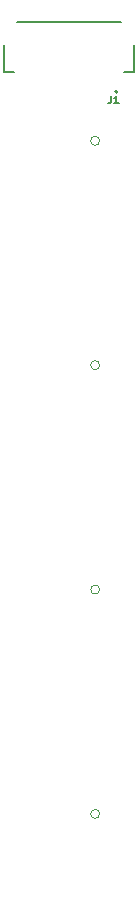
<source format=gto>
G04 #@! TF.GenerationSoftware,KiCad,Pcbnew,7.0.8*
G04 #@! TF.CreationDate,2023-10-16T19:48:46-07:00*
G04 #@! TF.ProjectId,Seismos_4-Key,53656973-6d6f-4735-9f34-2d4b65792e6b,rev?*
G04 #@! TF.SameCoordinates,Original*
G04 #@! TF.FileFunction,Legend,Top*
G04 #@! TF.FilePolarity,Positive*
%FSLAX46Y46*%
G04 Gerber Fmt 4.6, Leading zero omitted, Abs format (unit mm)*
G04 Created by KiCad (PCBNEW 7.0.8) date 2023-10-16 19:48:46*
%MOMM*%
%LPD*%
G01*
G04 APERTURE LIST*
%ADD10C,0.150000*%
%ADD11C,0.120000*%
%ADD12C,0.127000*%
%ADD13C,0.200000*%
%ADD14C,2.300000*%
%ADD15C,1.000000*%
%ADD16C,3.000000*%
%ADD17C,4.000000*%
%ADD18R,0.600000X1.550000*%
%ADD19R,1.200000X1.800000*%
G04 APERTURE END LIST*
D10*
X45524667Y-60019200D02*
X45667524Y-60066819D01*
X45667524Y-60066819D02*
X45905619Y-60066819D01*
X45905619Y-60066819D02*
X46000857Y-60019200D01*
X46000857Y-60019200D02*
X46048476Y-59971580D01*
X46048476Y-59971580D02*
X46096095Y-59876342D01*
X46096095Y-59876342D02*
X46096095Y-59781104D01*
X46096095Y-59781104D02*
X46048476Y-59685866D01*
X46048476Y-59685866D02*
X46000857Y-59638247D01*
X46000857Y-59638247D02*
X45905619Y-59590628D01*
X45905619Y-59590628D02*
X45715143Y-59543009D01*
X45715143Y-59543009D02*
X45619905Y-59495390D01*
X45619905Y-59495390D02*
X45572286Y-59447771D01*
X45572286Y-59447771D02*
X45524667Y-59352533D01*
X45524667Y-59352533D02*
X45524667Y-59257295D01*
X45524667Y-59257295D02*
X45572286Y-59162057D01*
X45572286Y-59162057D02*
X45619905Y-59114438D01*
X45619905Y-59114438D02*
X45715143Y-59066819D01*
X45715143Y-59066819D02*
X45953238Y-59066819D01*
X45953238Y-59066819D02*
X46096095Y-59114438D01*
X46429429Y-59066819D02*
X46667524Y-60066819D01*
X46667524Y-60066819D02*
X46858000Y-59352533D01*
X46858000Y-59352533D02*
X47048476Y-60066819D01*
X47048476Y-60066819D02*
X47286572Y-59066819D01*
X47619905Y-59162057D02*
X47667524Y-59114438D01*
X47667524Y-59114438D02*
X47762762Y-59066819D01*
X47762762Y-59066819D02*
X48000857Y-59066819D01*
X48000857Y-59066819D02*
X48096095Y-59114438D01*
X48096095Y-59114438D02*
X48143714Y-59162057D01*
X48143714Y-59162057D02*
X48191333Y-59257295D01*
X48191333Y-59257295D02*
X48191333Y-59352533D01*
X48191333Y-59352533D02*
X48143714Y-59495390D01*
X48143714Y-59495390D02*
X47572286Y-60066819D01*
X47572286Y-60066819D02*
X48191333Y-60066819D01*
X45524667Y-41019200D02*
X45667524Y-41066819D01*
X45667524Y-41066819D02*
X45905619Y-41066819D01*
X45905619Y-41066819D02*
X46000857Y-41019200D01*
X46000857Y-41019200D02*
X46048476Y-40971580D01*
X46048476Y-40971580D02*
X46096095Y-40876342D01*
X46096095Y-40876342D02*
X46096095Y-40781104D01*
X46096095Y-40781104D02*
X46048476Y-40685866D01*
X46048476Y-40685866D02*
X46000857Y-40638247D01*
X46000857Y-40638247D02*
X45905619Y-40590628D01*
X45905619Y-40590628D02*
X45715143Y-40543009D01*
X45715143Y-40543009D02*
X45619905Y-40495390D01*
X45619905Y-40495390D02*
X45572286Y-40447771D01*
X45572286Y-40447771D02*
X45524667Y-40352533D01*
X45524667Y-40352533D02*
X45524667Y-40257295D01*
X45524667Y-40257295D02*
X45572286Y-40162057D01*
X45572286Y-40162057D02*
X45619905Y-40114438D01*
X45619905Y-40114438D02*
X45715143Y-40066819D01*
X45715143Y-40066819D02*
X45953238Y-40066819D01*
X45953238Y-40066819D02*
X46096095Y-40114438D01*
X46429429Y-40066819D02*
X46667524Y-41066819D01*
X46667524Y-41066819D02*
X46858000Y-40352533D01*
X46858000Y-40352533D02*
X47048476Y-41066819D01*
X47048476Y-41066819D02*
X47286572Y-40066819D01*
X48191333Y-41066819D02*
X47619905Y-41066819D01*
X47905619Y-41066819D02*
X47905619Y-40066819D01*
X47905619Y-40066819D02*
X47810381Y-40209676D01*
X47810381Y-40209676D02*
X47715143Y-40304914D01*
X47715143Y-40304914D02*
X47619905Y-40352533D01*
X45524667Y-79019200D02*
X45667524Y-79066819D01*
X45667524Y-79066819D02*
X45905619Y-79066819D01*
X45905619Y-79066819D02*
X46000857Y-79019200D01*
X46000857Y-79019200D02*
X46048476Y-78971580D01*
X46048476Y-78971580D02*
X46096095Y-78876342D01*
X46096095Y-78876342D02*
X46096095Y-78781104D01*
X46096095Y-78781104D02*
X46048476Y-78685866D01*
X46048476Y-78685866D02*
X46000857Y-78638247D01*
X46000857Y-78638247D02*
X45905619Y-78590628D01*
X45905619Y-78590628D02*
X45715143Y-78543009D01*
X45715143Y-78543009D02*
X45619905Y-78495390D01*
X45619905Y-78495390D02*
X45572286Y-78447771D01*
X45572286Y-78447771D02*
X45524667Y-78352533D01*
X45524667Y-78352533D02*
X45524667Y-78257295D01*
X45524667Y-78257295D02*
X45572286Y-78162057D01*
X45572286Y-78162057D02*
X45619905Y-78114438D01*
X45619905Y-78114438D02*
X45715143Y-78066819D01*
X45715143Y-78066819D02*
X45953238Y-78066819D01*
X45953238Y-78066819D02*
X46096095Y-78114438D01*
X46429429Y-78066819D02*
X46667524Y-79066819D01*
X46667524Y-79066819D02*
X46858000Y-78352533D01*
X46858000Y-78352533D02*
X47048476Y-79066819D01*
X47048476Y-79066819D02*
X47286572Y-78066819D01*
X47572286Y-78066819D02*
X48191333Y-78066819D01*
X48191333Y-78066819D02*
X47858000Y-78447771D01*
X47858000Y-78447771D02*
X48000857Y-78447771D01*
X48000857Y-78447771D02*
X48096095Y-78495390D01*
X48096095Y-78495390D02*
X48143714Y-78543009D01*
X48143714Y-78543009D02*
X48191333Y-78638247D01*
X48191333Y-78638247D02*
X48191333Y-78876342D01*
X48191333Y-78876342D02*
X48143714Y-78971580D01*
X48143714Y-78971580D02*
X48096095Y-79019200D01*
X48096095Y-79019200D02*
X48000857Y-79066819D01*
X48000857Y-79066819D02*
X47715143Y-79066819D01*
X47715143Y-79066819D02*
X47619905Y-79019200D01*
X47619905Y-79019200D02*
X47572286Y-78971580D01*
X45524667Y-98019200D02*
X45667524Y-98066819D01*
X45667524Y-98066819D02*
X45905619Y-98066819D01*
X45905619Y-98066819D02*
X46000857Y-98019200D01*
X46000857Y-98019200D02*
X46048476Y-97971580D01*
X46048476Y-97971580D02*
X46096095Y-97876342D01*
X46096095Y-97876342D02*
X46096095Y-97781104D01*
X46096095Y-97781104D02*
X46048476Y-97685866D01*
X46048476Y-97685866D02*
X46000857Y-97638247D01*
X46000857Y-97638247D02*
X45905619Y-97590628D01*
X45905619Y-97590628D02*
X45715143Y-97543009D01*
X45715143Y-97543009D02*
X45619905Y-97495390D01*
X45619905Y-97495390D02*
X45572286Y-97447771D01*
X45572286Y-97447771D02*
X45524667Y-97352533D01*
X45524667Y-97352533D02*
X45524667Y-97257295D01*
X45524667Y-97257295D02*
X45572286Y-97162057D01*
X45572286Y-97162057D02*
X45619905Y-97114438D01*
X45619905Y-97114438D02*
X45715143Y-97066819D01*
X45715143Y-97066819D02*
X45953238Y-97066819D01*
X45953238Y-97066819D02*
X46096095Y-97114438D01*
X46429429Y-97066819D02*
X46667524Y-98066819D01*
X46667524Y-98066819D02*
X46858000Y-97352533D01*
X46858000Y-97352533D02*
X47048476Y-98066819D01*
X47048476Y-98066819D02*
X47286572Y-97066819D01*
X48096095Y-97400152D02*
X48096095Y-98066819D01*
X47858000Y-97019200D02*
X47619905Y-97733485D01*
X47619905Y-97733485D02*
X48238952Y-97733485D01*
X50554667Y-31954676D02*
X50554667Y-32411819D01*
X50554667Y-32411819D02*
X50524190Y-32503247D01*
X50524190Y-32503247D02*
X50463238Y-32564200D01*
X50463238Y-32564200D02*
X50371809Y-32594676D01*
X50371809Y-32594676D02*
X50310857Y-32594676D01*
X51194667Y-32594676D02*
X50828952Y-32594676D01*
X51011809Y-32594676D02*
X51011809Y-31954676D01*
X51011809Y-31954676D02*
X50950857Y-32046104D01*
X50950857Y-32046104D02*
X50889905Y-32107057D01*
X50889905Y-32107057D02*
X50828952Y-32137533D01*
D11*
X49593200Y-54754900D02*
G75*
G03*
X49593200Y-54754900I-381000J0D01*
G01*
X49593200Y-35754900D02*
G75*
G03*
X49593200Y-35754900I-381000J0D01*
G01*
X49593200Y-73754900D02*
G75*
G03*
X49593200Y-73754900I-381000J0D01*
G01*
X49593200Y-92754900D02*
G75*
G03*
X49593200Y-92754900I-381000J0D01*
G01*
D12*
X52500000Y-29950000D02*
X52500000Y-27620000D01*
X51620000Y-29950000D02*
X52500000Y-29950000D01*
X51390000Y-25700000D02*
X42610000Y-25700000D01*
X42380000Y-29950000D02*
X41500000Y-29950000D01*
X41500000Y-29950000D02*
X41500000Y-27620000D01*
D13*
X51100000Y-31600000D02*
G75*
G03*
X51100000Y-31600000I-100000J0D01*
G01*
%LPC*%
D14*
X41700000Y-60000000D03*
D15*
X41780000Y-56384200D03*
D16*
X42000000Y-63800000D03*
X44460000Y-65080000D03*
D17*
X47000000Y-60000000D03*
D16*
X47000000Y-65900000D03*
X50810000Y-62540000D03*
D15*
X52220000Y-56384200D03*
D14*
X52300000Y-60000000D03*
X41700000Y-41000000D03*
D15*
X41780000Y-37384200D03*
D16*
X42000000Y-44800000D03*
X44460000Y-46080000D03*
D17*
X47000000Y-41000000D03*
D16*
X47000000Y-46900000D03*
X50810000Y-43540000D03*
D15*
X52220000Y-37384200D03*
D14*
X52300000Y-41000000D03*
X41700000Y-79000000D03*
D15*
X41780000Y-75384200D03*
D16*
X42000000Y-82800000D03*
X44460000Y-84080000D03*
D17*
X47000000Y-79000000D03*
D16*
X47000000Y-84900000D03*
X50810000Y-81540000D03*
D15*
X52220000Y-75384200D03*
D14*
X52300000Y-79000000D03*
X41700000Y-98000000D03*
D15*
X41780000Y-94384200D03*
D16*
X42000000Y-101800000D03*
X44460000Y-103080000D03*
D17*
X47000000Y-98000000D03*
D16*
X47000000Y-103900000D03*
X50810000Y-100540000D03*
D15*
X52220000Y-94384200D03*
D14*
X52300000Y-98000000D03*
D18*
X51000000Y-30275000D03*
X50000000Y-30275000D03*
X49000000Y-30275000D03*
X48000000Y-30275000D03*
X47000000Y-30275000D03*
X46000000Y-30275000D03*
X45000000Y-30275000D03*
X44000000Y-30275000D03*
X43000000Y-30275000D03*
D19*
X52300000Y-26400000D03*
X41700000Y-26400000D03*
%LPD*%
M02*

</source>
